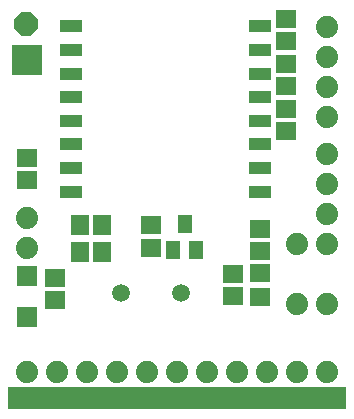
<source format=gts>
G75*
%MOIN*%
%OFA0B0*%
%FSLAX25Y25*%
%IPPOS*%
%LPD*%
%AMOC8*
5,1,8,0,0,1.08239X$1,22.5*
%
%ADD10R,0.10000X0.10000*%
%ADD11R,1.12500X0.07500*%
%ADD12C,0.05950*%
%ADD13R,0.06706X0.05918*%
%ADD14R,0.06706X0.06706*%
%ADD15R,0.05918X0.06706*%
%ADD16C,0.07400*%
%ADD17OC8,0.07800*%
%ADD18R,0.07099X0.05918*%
%ADD19R,0.04737X0.06312*%
%ADD20R,0.07400X0.04000*%
D10*
X0033845Y0138933D03*
D11*
X0083845Y0026433D03*
D12*
X0085095Y0061433D03*
X0065095Y0061433D03*
D13*
X0075095Y0076443D03*
X0075095Y0083923D03*
X0102595Y0067673D03*
X0102595Y0060193D03*
X0111345Y0075193D03*
X0111345Y0082673D03*
X0120095Y0115193D03*
X0120095Y0122673D03*
X0120095Y0130193D03*
X0120095Y0137673D03*
X0120095Y0145193D03*
X0120095Y0152673D03*
X0043220Y0066423D03*
X0043220Y0058943D03*
X0033845Y0098943D03*
X0033845Y0106423D03*
D14*
X0033845Y0067073D03*
X0033845Y0053293D03*
D15*
X0051355Y0075183D03*
X0058835Y0075183D03*
X0058835Y0083933D03*
X0051355Y0083933D03*
D16*
X0033845Y0035183D03*
X0043845Y0035183D03*
X0053845Y0035183D03*
X0063845Y0035183D03*
X0073845Y0035183D03*
X0083845Y0035183D03*
X0093845Y0035183D03*
X0103845Y0035183D03*
X0113845Y0035183D03*
X0123845Y0035183D03*
X0133845Y0035183D03*
X0133845Y0057683D03*
X0123845Y0057683D03*
X0123845Y0077683D03*
X0133845Y0077683D03*
X0133845Y0087683D03*
X0133845Y0097683D03*
X0133845Y0107683D03*
X0133845Y0120183D03*
X0133845Y0130183D03*
X0133845Y0140183D03*
X0133845Y0150183D03*
X0033845Y0086433D03*
X0033845Y0076433D03*
D17*
X0033599Y0151074D03*
D18*
X0111345Y0067870D03*
X0111345Y0059996D03*
D19*
X0090085Y0075852D03*
X0082605Y0075852D03*
X0086345Y0084514D03*
D20*
X0111591Y0095124D03*
X0111591Y0102998D03*
X0111591Y0110872D03*
X0111591Y0118746D03*
X0111591Y0126620D03*
X0111591Y0134494D03*
X0111591Y0142368D03*
X0111591Y0150242D03*
X0048599Y0150242D03*
X0048599Y0142368D03*
X0048599Y0134494D03*
X0048599Y0126620D03*
X0048599Y0118746D03*
X0048599Y0110872D03*
X0048599Y0102998D03*
X0048599Y0095124D03*
M02*

</source>
